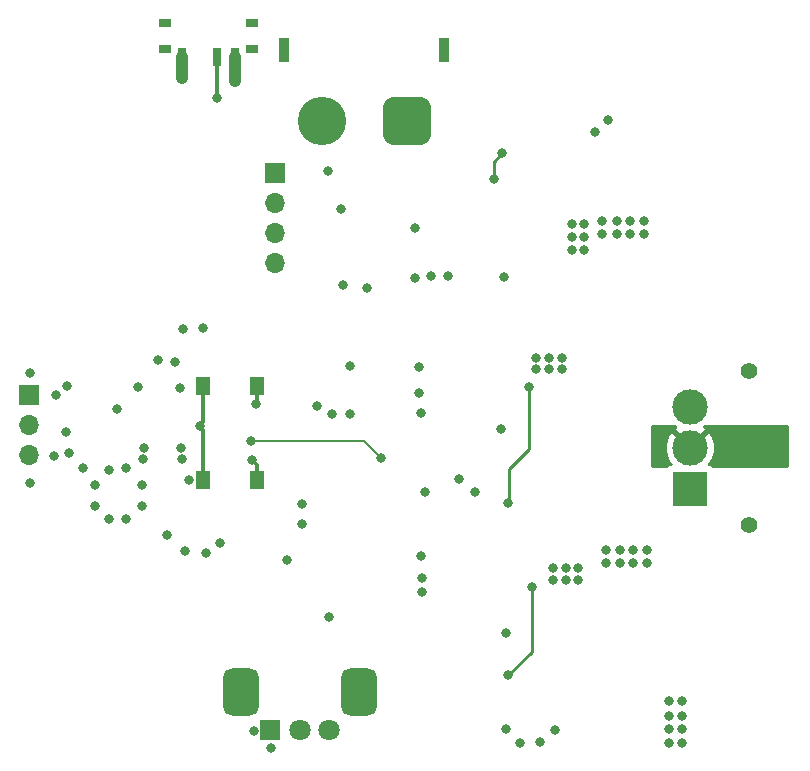
<source format=gbr>
%TF.GenerationSoftware,KiCad,Pcbnew,7.0.7*%
%TF.CreationDate,2024-09-12T14:34:45-05:00*%
%TF.ProjectId,ESC,4553432e-6b69-4636-9164-5f7063625858,rev?*%
%TF.SameCoordinates,Original*%
%TF.FileFunction,Copper,L4,Bot*%
%TF.FilePolarity,Positive*%
%FSLAX46Y46*%
G04 Gerber Fmt 4.6, Leading zero omitted, Abs format (unit mm)*
G04 Created by KiCad (PCBNEW 7.0.7) date 2024-09-12 14:34:45*
%MOMM*%
%LPD*%
G01*
G04 APERTURE LIST*
G04 Aperture macros list*
%AMRoundRect*
0 Rectangle with rounded corners*
0 $1 Rounding radius*
0 $2 $3 $4 $5 $6 $7 $8 $9 X,Y pos of 4 corners*
0 Add a 4 corners polygon primitive as box body*
4,1,4,$2,$3,$4,$5,$6,$7,$8,$9,$2,$3,0*
0 Add four circle primitives for the rounded corners*
1,1,$1+$1,$2,$3*
1,1,$1+$1,$4,$5*
1,1,$1+$1,$6,$7*
1,1,$1+$1,$8,$9*
0 Add four rect primitives between the rounded corners*
20,1,$1+$1,$2,$3,$4,$5,0*
20,1,$1+$1,$4,$5,$6,$7,0*
20,1,$1+$1,$6,$7,$8,$9,0*
20,1,$1+$1,$8,$9,$2,$3,0*%
G04 Aperture macros list end*
%TA.AperFunction,ComponentPad*%
%ADD10R,0.900000X2.000000*%
%TD*%
%TA.AperFunction,ComponentPad*%
%ADD11RoundRect,1.025000X-1.025000X-1.025000X1.025000X-1.025000X1.025000X1.025000X-1.025000X1.025000X0*%
%TD*%
%TA.AperFunction,ComponentPad*%
%ADD12C,4.100000*%
%TD*%
%TA.AperFunction,ComponentPad*%
%ADD13R,1.700000X1.700000*%
%TD*%
%TA.AperFunction,ComponentPad*%
%ADD14O,1.700000X1.700000*%
%TD*%
%TA.AperFunction,ComponentPad*%
%ADD15C,1.400000*%
%TD*%
%TA.AperFunction,ComponentPad*%
%ADD16R,3.000000X3.000000*%
%TD*%
%TA.AperFunction,ComponentPad*%
%ADD17C,3.000000*%
%TD*%
%TA.AperFunction,ComponentPad*%
%ADD18R,1.800000X1.800000*%
%TD*%
%TA.AperFunction,ComponentPad*%
%ADD19C,1.800000*%
%TD*%
%TA.AperFunction,ComponentPad*%
%ADD20RoundRect,0.750000X-0.750000X1.250000X-0.750000X-1.250000X0.750000X-1.250000X0.750000X1.250000X0*%
%TD*%
%TA.AperFunction,SMDPad,CuDef*%
%ADD21R,1.300000X1.550000*%
%TD*%
%TA.AperFunction,SMDPad,CuDef*%
%ADD22R,1.000000X0.800000*%
%TD*%
%TA.AperFunction,SMDPad,CuDef*%
%ADD23R,0.700000X1.500000*%
%TD*%
%TA.AperFunction,ViaPad*%
%ADD24C,0.800000*%
%TD*%
%TA.AperFunction,Conductor*%
%ADD25C,1.000000*%
%TD*%
%TA.AperFunction,Conductor*%
%ADD26C,0.300000*%
%TD*%
%TA.AperFunction,Conductor*%
%ADD27C,0.250000*%
%TD*%
%TA.AperFunction,Conductor*%
%ADD28C,0.150000*%
%TD*%
G04 APERTURE END LIST*
D10*
%TO.P,J1,*%
%TO.N,*%
X198075600Y-70550800D03*
X211575600Y-70550800D03*
D11*
%TO.P,J1,1,Pin_1*%
%TO.N,VCC*%
X208425600Y-76550800D03*
D12*
%TO.P,J1,2,Pin_2*%
%TO.N,GND*%
X201225600Y-76550800D03*
%TD*%
D13*
%TO.P,J4,1,Pin_1*%
%TO.N,GND*%
X197307200Y-80975200D03*
D14*
%TO.P,J4,2,Pin_2*%
%TO.N,SWCLK*%
X197307200Y-83515200D03*
%TO.P,J4,3,Pin_3*%
%TO.N,SWDIO*%
X197307200Y-86055200D03*
%TO.P,J4,4,Pin_4*%
%TO.N,+3.3V*%
X197307200Y-88595200D03*
%TD*%
D15*
%TO.P,J2,*%
%TO.N,*%
X237435000Y-97741600D03*
X237435000Y-110741600D03*
D16*
%TO.P,J2,1,Pin_1*%
%TO.N,/MosFet TIM_1/TIM1_O3*%
X232435000Y-107741600D03*
D17*
%TO.P,J2,2,Pin_2*%
%TO.N,/MosFet TIM_1/TIM1_O1*%
X232435000Y-104241600D03*
%TO.P,J2,3,Pin_3*%
%TO.N,/MosFet TIM_1/TIM1_O2*%
X232435000Y-100741600D03*
%TD*%
D18*
%TO.P,RV1,1,1*%
%TO.N,GND*%
X196864200Y-128165600D03*
D19*
%TO.P,RV1,2,2*%
%TO.N,/ADC1_IN4*%
X199364200Y-128165600D03*
%TO.P,RV1,3,3*%
%TO.N,Net-(R9-Pad2)*%
X201864200Y-128165600D03*
D20*
%TO.P,RV1,MP*%
%TO.N,N/C*%
X194364200Y-124865600D03*
X204364200Y-124865600D03*
%TD*%
D13*
%TO.P,J5,1,Pin_1*%
%TO.N,GND*%
X176479200Y-99786200D03*
D14*
%TO.P,J5,2,Pin_2*%
%TO.N,TIM9_CH2_input*%
X176479200Y-102326200D03*
%TO.P,J5,3,Pin_3*%
%TO.N,+3.3V*%
X176479200Y-104866200D03*
%TD*%
D21*
%TO.P,SW2,1,A*%
%TO.N,GND*%
X195721800Y-106926200D03*
X195721800Y-98966200D03*
%TO.P,SW2,2,B*%
%TO.N,Net-(SW2-B)*%
X191221800Y-106926200D03*
X191221800Y-98966200D03*
%TD*%
D22*
%TO.P,SW1,*%
%TO.N,*%
X187991600Y-68292800D03*
X187991600Y-70502800D03*
X195291600Y-68292800D03*
X195291600Y-70502800D03*
D23*
%TO.P,SW1,1,A*%
%TO.N,GND*%
X189391600Y-71152800D03*
%TO.P,SW1,2,B*%
%TO.N,Net-(SW1-B)*%
X192391600Y-71152800D03*
%TO.P,SW1,3,C*%
%TO.N,+3.3V*%
X193891600Y-71152800D03*
%TD*%
D24*
%TO.N,+3.3V*%
X202900000Y-84000000D03*
X188800000Y-97000000D03*
X183200000Y-106100000D03*
X189400000Y-105200000D03*
X189972298Y-107000000D03*
X186100000Y-105200000D03*
X203600000Y-97300000D03*
X191400000Y-113100000D03*
X201879200Y-118567200D03*
X186000000Y-107400000D03*
X201800000Y-80800000D03*
X193852800Y-73152000D03*
X182000000Y-107400000D03*
X184700000Y-105900000D03*
X199600000Y-109000000D03*
X192600000Y-112300000D03*
X176500000Y-107200000D03*
X189200000Y-99200000D03*
X187400000Y-96800000D03*
X205100000Y-90700000D03*
X189500000Y-94200000D03*
X178600000Y-104900000D03*
%TO.N,GND*%
X196900800Y-129641600D03*
X200800000Y-100700000D03*
X178700000Y-99800000D03*
X216814400Y-119888000D03*
X221900000Y-115400000D03*
X222900000Y-114400000D03*
X184700000Y-110300000D03*
X214200000Y-108000000D03*
X221600000Y-96600000D03*
X185700000Y-99100000D03*
X222400000Y-86400000D03*
X209092800Y-89814400D03*
X216700000Y-89800000D03*
X220800000Y-114400000D03*
X209702400Y-115214400D03*
X202100000Y-101400000D03*
X182000000Y-109200000D03*
X223400000Y-87500000D03*
X195300000Y-105300000D03*
X183200000Y-110300000D03*
X203600000Y-101400000D03*
X186000000Y-109200000D03*
X179600000Y-102900000D03*
X179700000Y-99000000D03*
X183861201Y-100938799D03*
X223400000Y-86400000D03*
X189382400Y-72948800D03*
X223400000Y-85300000D03*
X188100000Y-111600000D03*
X179800000Y-104700000D03*
X202996800Y-90424000D03*
X220500000Y-96600000D03*
X181000000Y-105900000D03*
X212900000Y-106900000D03*
X224400000Y-77500000D03*
X216408000Y-102616000D03*
X195478400Y-128219200D03*
X198300000Y-113700000D03*
X219400000Y-96600000D03*
X219400000Y-97600000D03*
X222400000Y-85300000D03*
X209499200Y-99568000D03*
X222400000Y-87500000D03*
X186210377Y-104206611D03*
X220500000Y-97600000D03*
X199600000Y-110700000D03*
X191200000Y-94100000D03*
X176500000Y-97900000D03*
X221900000Y-114400000D03*
X216800000Y-128000000D03*
X225500000Y-76500000D03*
X222900000Y-115400000D03*
X220800000Y-115400000D03*
X189289623Y-104206611D03*
X195700000Y-100500000D03*
X218000000Y-129200000D03*
X189700000Y-113000000D03*
X221600000Y-97600000D03*
%TO.N,VCC*%
X210000000Y-108000000D03*
X231700000Y-126900000D03*
X225000000Y-85000000D03*
X209600000Y-101300000D03*
X225300000Y-114000000D03*
X221000000Y-128100000D03*
X226500000Y-112900000D03*
X210500000Y-89700000D03*
X226200000Y-85000000D03*
X231700000Y-129200000D03*
X231700000Y-128000000D03*
X230600000Y-126900000D03*
X227600000Y-114000000D03*
X226200000Y-86100000D03*
X230600000Y-128000000D03*
X230600000Y-125700000D03*
X228500000Y-86100000D03*
X230600000Y-129200000D03*
X209600000Y-113400000D03*
X219700000Y-129100000D03*
X209700000Y-116400000D03*
X228500000Y-85000000D03*
X227300000Y-86100000D03*
X209100000Y-85600000D03*
X225300000Y-112900000D03*
X211900000Y-89700000D03*
X228800000Y-114000000D03*
X227300000Y-85000000D03*
X209500000Y-97400000D03*
X228800000Y-112900000D03*
X231700000Y-125700000D03*
X227600000Y-112900000D03*
X225000000Y-86100000D03*
X226500000Y-114000000D03*
%TO.N,/MosFet TIM_1/TIM1_O1*%
X237000000Y-105200000D03*
X240000000Y-104200000D03*
X235300000Y-104200000D03*
X240000000Y-105200000D03*
X237000000Y-104200000D03*
X240000000Y-103100000D03*
X238300000Y-104200000D03*
X235300000Y-103100000D03*
X237000000Y-103100000D03*
X229600000Y-104200000D03*
X238300000Y-103100000D03*
X229600000Y-105300000D03*
X229600000Y-103100000D03*
X235300000Y-105200000D03*
X238300000Y-105200000D03*
%TO.N,/MosFet TIM_1/TIM1_O2*%
X215800000Y-81500000D03*
X216500000Y-79300000D03*
%TO.N,TIM1_CH1N*%
X206248000Y-105054400D03*
X195275200Y-103632000D03*
%TO.N,Net-(Q3-G)*%
X218800000Y-99100000D03*
X217000000Y-108900000D03*
%TO.N,Net-(Q5-G)*%
X217000000Y-123500000D03*
X219000000Y-116000000D03*
%TO.N,Net-(SW1-B)*%
X192400000Y-74600000D03*
%TO.N,Net-(SW2-B)*%
X190900000Y-102400000D03*
%TD*%
D25*
%TO.N,+3.3V*%
X193891600Y-71152800D02*
X193891600Y-73113200D01*
X193891600Y-73113200D02*
X193852800Y-73152000D01*
D26*
%TO.N,GND*%
X195721800Y-98966200D02*
X195721800Y-100478200D01*
X195721800Y-106926200D02*
X195721800Y-105721800D01*
D25*
X189391600Y-71152800D02*
X189391600Y-72939600D01*
D26*
X195721800Y-100478200D02*
X195700000Y-100500000D01*
D25*
X189391600Y-72939600D02*
X189382400Y-72948800D01*
D26*
X195721800Y-105721800D02*
X195300000Y-105300000D01*
D27*
%TO.N,/MosFet TIM_1/TIM1_O2*%
X215800000Y-81500000D02*
X215800000Y-80000000D01*
X215800000Y-80000000D02*
X216500000Y-79300000D01*
D28*
%TO.N,TIM1_CH1N*%
X195478400Y-103632000D02*
X204825600Y-103632000D01*
X204825600Y-103632000D02*
X206248000Y-105054400D01*
X195478400Y-103632000D02*
X195275200Y-103632000D01*
D27*
%TO.N,Net-(Q3-G)*%
X217100000Y-106000000D02*
X217100000Y-107800000D01*
X217100000Y-108800000D02*
X217000000Y-108900000D01*
X218800000Y-104300000D02*
X218100000Y-105000000D01*
X217100000Y-107800000D02*
X217100000Y-108800000D01*
X218100000Y-105000000D02*
X217100000Y-106000000D01*
X218800000Y-99100000D02*
X218800000Y-104300000D01*
%TO.N,Net-(Q5-G)*%
X219000000Y-121500000D02*
X217000000Y-123500000D01*
X219000000Y-116000000D02*
X219000000Y-121500000D01*
D26*
%TO.N,Net-(SW1-B)*%
X192391600Y-74591600D02*
X192400000Y-74600000D01*
X192391600Y-71152800D02*
X192391600Y-74591600D01*
%TO.N,Net-(SW2-B)*%
X191221800Y-102721800D02*
X190900000Y-102400000D01*
X191221800Y-106926200D02*
X191221800Y-102721800D01*
X191221800Y-98966200D02*
X191221800Y-102078200D01*
X191221800Y-102078200D02*
X190900000Y-102400000D01*
%TD*%
%TA.AperFunction,Conductor*%
%TO.N,/MosFet TIM_1/TIM1_O1*%
G36*
X231204361Y-102319685D02*
G01*
X231211626Y-102324728D01*
X231302354Y-102392646D01*
X231344223Y-102448577D01*
X231349208Y-102518268D01*
X231315724Y-102579592D01*
X231302353Y-102591178D01*
X231208437Y-102661482D01*
X231208436Y-102661483D01*
X231856930Y-103309976D01*
X231890415Y-103371299D01*
X231885431Y-103440990D01*
X231850020Y-103491743D01*
X231820527Y-103517062D01*
X231742896Y-103583706D01*
X231742894Y-103583707D01*
X231742892Y-103583710D01*
X231689740Y-103652377D01*
X231633139Y-103693341D01*
X231563376Y-103697201D01*
X231504003Y-103664157D01*
X230854883Y-103015036D01*
X230854882Y-103015037D01*
X230748196Y-103157553D01*
X230748191Y-103157561D01*
X230611091Y-103408641D01*
X230511109Y-103676704D01*
X230450300Y-103956237D01*
X230429891Y-104241598D01*
X230429891Y-104241601D01*
X230450300Y-104526962D01*
X230511109Y-104806495D01*
X230611091Y-105074558D01*
X230748191Y-105325638D01*
X230748196Y-105325646D01*
X230915887Y-105549655D01*
X230940304Y-105615119D01*
X230925452Y-105683392D01*
X230876047Y-105732797D01*
X230835047Y-105745636D01*
X230835068Y-105745724D01*
X230833840Y-105746014D01*
X230829881Y-105747254D01*
X230827518Y-105747508D01*
X230692671Y-105797802D01*
X230692669Y-105797803D01*
X230589192Y-105875267D01*
X230523728Y-105899684D01*
X230514881Y-105900000D01*
X229224000Y-105900000D01*
X229156961Y-105880315D01*
X229111206Y-105827511D01*
X229100000Y-105776000D01*
X229100000Y-102424000D01*
X229119685Y-102356961D01*
X229172489Y-102311206D01*
X229224000Y-102300000D01*
X231137322Y-102300000D01*
X231204361Y-102319685D01*
G37*
%TD.AperFunction*%
%TA.AperFunction,Conductor*%
G36*
X240734539Y-102319685D02*
G01*
X240780294Y-102372489D01*
X240791500Y-102424000D01*
X240791500Y-105776000D01*
X240771815Y-105843039D01*
X240719011Y-105888794D01*
X240667500Y-105900000D01*
X234355119Y-105900000D01*
X234288080Y-105880315D01*
X234280808Y-105875267D01*
X234177330Y-105797803D01*
X234177328Y-105797802D01*
X234042482Y-105747508D01*
X234042483Y-105747508D01*
X234040123Y-105747255D01*
X234038414Y-105746547D01*
X234034938Y-105745726D01*
X234035071Y-105745162D01*
X233975571Y-105720517D01*
X233935723Y-105663125D01*
X233933230Y-105593300D01*
X233954111Y-105549655D01*
X234121807Y-105325639D01*
X234121808Y-105325638D01*
X234258908Y-105074558D01*
X234358890Y-104806495D01*
X234419699Y-104526962D01*
X234440109Y-104241601D01*
X234440109Y-104241598D01*
X234419699Y-103956237D01*
X234358890Y-103676704D01*
X234258908Y-103408641D01*
X234121808Y-103157561D01*
X234121807Y-103157560D01*
X234015115Y-103015036D01*
X234015114Y-103015036D01*
X233369194Y-103660957D01*
X233307871Y-103694442D01*
X233238179Y-103689458D01*
X233191639Y-103658708D01*
X233056998Y-103517065D01*
X233056994Y-103517062D01*
X233030630Y-103498712D01*
X232986852Y-103444258D01*
X232979464Y-103374780D01*
X233010811Y-103312337D01*
X233013787Y-103309257D01*
X233661562Y-102661483D01*
X233661561Y-102661482D01*
X233567646Y-102591178D01*
X233525775Y-102535244D01*
X233520791Y-102465553D01*
X233554276Y-102404230D01*
X233567636Y-102392653D01*
X233636829Y-102340855D01*
X233658369Y-102324732D01*
X233723834Y-102300316D01*
X233732678Y-102300000D01*
X240667500Y-102300000D01*
X240734539Y-102319685D01*
G37*
%TD.AperFunction*%
%TD*%
M02*

</source>
